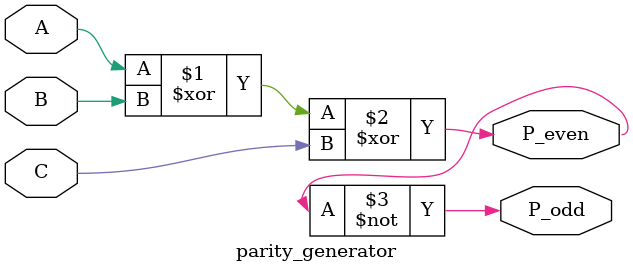
<source format=v>
module parity_generator(
	input A,B,C,
	output P_even, P_odd);
assign P_even = A^B^C;
assign P_odd = ~P_even;
endmodule

</source>
